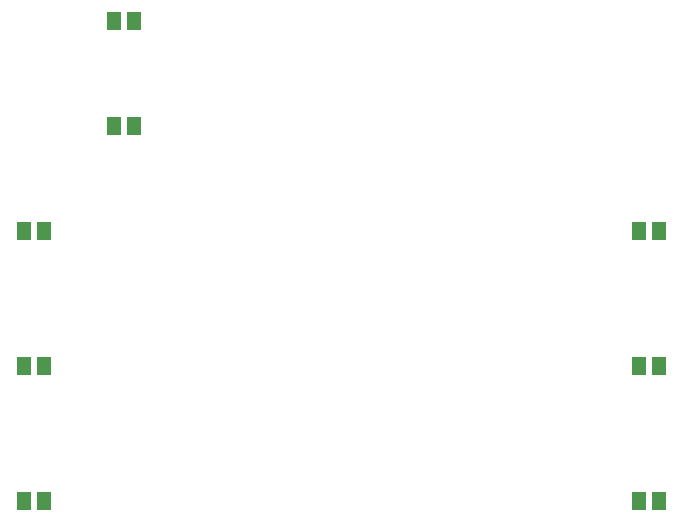
<source format=gbr>
G04 EAGLE Gerber RS-274X export*
G75*
%MOMM*%
%FSLAX34Y34*%
%LPD*%
%INSolderpaste Top*%
%IPPOS*%
%AMOC8*
5,1,8,0,0,1.08239X$1,22.5*%
G01*
%ADD10R,1.300000X1.500000*%


D10*
X118500Y546100D03*
X135500Y546100D03*
X563000Y139700D03*
X580000Y139700D03*
X42300Y254000D03*
X59300Y254000D03*
X42300Y368300D03*
X59300Y368300D03*
X563000Y254000D03*
X580000Y254000D03*
X42300Y139700D03*
X59300Y139700D03*
X563000Y368300D03*
X580000Y368300D03*
X118500Y457200D03*
X135500Y457200D03*
M02*

</source>
